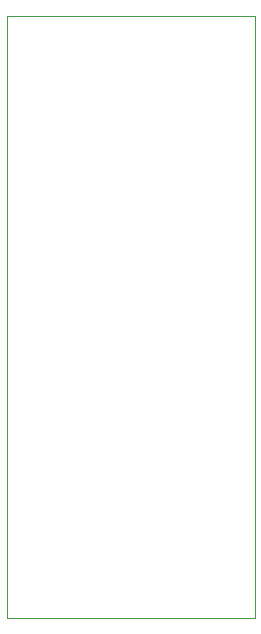
<source format=gbr>
%TF.GenerationSoftware,KiCad,Pcbnew,(6.0.9)*%
%TF.CreationDate,2023-01-07T18:48:54+05:30*%
%TF.ProjectId,Mitayi-Pico-RP2040,4d697461-7969-42d5-9069-636f2d525032,0.5*%
%TF.SameCoordinates,PX825e060PY6d4a840*%
%TF.FileFunction,Profile,NP*%
%FSLAX46Y46*%
G04 Gerber Fmt 4.6, Leading zero omitted, Abs format (unit mm)*
G04 Created by KiCad (PCBNEW (6.0.9)) date 2023-01-07 18:48:54*
%MOMM*%
%LPD*%
G01*
G04 APERTURE LIST*
%TA.AperFunction,Profile*%
%ADD10C,0.100000*%
%TD*%
G04 APERTURE END LIST*
D10*
X0Y51000000D02*
X21000000Y51000000D01*
X21000000Y0D02*
X0Y0D01*
X21000000Y51000000D02*
X21000000Y0D01*
X0Y0D02*
X0Y51000000D01*
M02*

</source>
